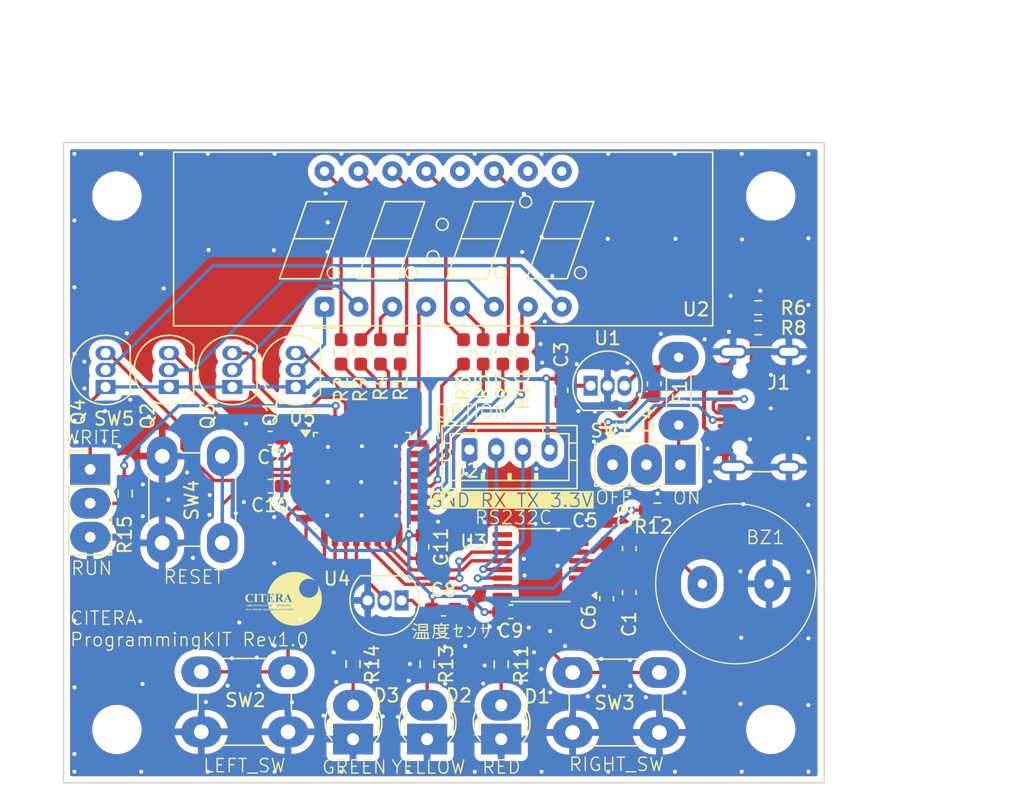
<source format=kicad_pcb>
(kicad_pcb (version 20241229) (generator "pcbnew") (generator_version "9.0")
  (layers (0 "F.Cu" signal) (2 "B.Cu" signal) (13 "F.Paste" user) (15 "B.Paste" user) (5 "F.SilkS" user "F.Silkscreen") (7 "B.SilkS" user "B.Silkscreen") (1 "F.Mask" user) (3 "B.Mask" user) (25 "Edge.Cuts" user))
  (net 0 "")
  (net 1 "GND")
  (net 2 "Net-(BZ1-+)")
  (net 3 "+3.3V")
  (net 4 "+5V")
  (net 5 "LED_RED")
  (net 6 "LED_YELLOW")
  (net 7 "LED_GREEN")
  (net 8 "Net-(J1-CC2)")
  (net 9 "D+")
  (net 11 "D-")
  (net 12 "Net-(J1-CC1)")
  (net 14 "BUZZER")
  (net 15 "BOOT")
  (net 16 "SW_LEFT")
  (net 17 "SW_RIGHT")
  (net 18 "RST")
  (net 19 "SEG_DOT")
  (net 21 "SEG_A")
  (net 22 "DIG4")
  (net 23 "SEG_B")
  (net 24 "DIG2")
  (net 25 "SEG_E")
  (net 26 "DIG1")
  (net 27 "SEG_D")
  (net 30 "SEG_G")
  (net 31 "SEG_C")
  (net 32 "DIG3")
  (net 33 "SEG_F")
  (net 34 "DIG3_S")
  (net 35 "DIG4_S")
  (net 36 "CAL_S")
  (net 37 "DIG1_S")
  (net 38 "DIG2_S")
  (net 39 "TEMP")
  (net 40 "Net-(SW1-A)")
  (net 41 "Net-(SW5-B)")
  (net 42 "Net-(SW1-B)")
  (net 43 "UART4_TX")
  (net 44 "UART4_RX")
  (net 46 "Net-(U2-A)")
  (net 47 "Net-(U2-B)")
  (net 48 "Net-(U2-C)")
  (net 49 "Net-(U2-D)")
  (net 50 "Net-(U2-E)")
  (net 51 "Net-(U2-F)")
  (net 52 "Net-(U2-G)")
  (net 53 "Net-(U2-DP)")
  (net 54 "Net-(D1-A)")
  (net 55 "Net-(D2-A)")
  (net 56 "Net-(D3-A)")
  (net 57 "Net-(U3-C1-)")
  (net 58 "Net-(U3-C1+)")
  (net 59 "Net-(U3-C2+)")
  (net 60 "Net-(U3-C2-)")
  (net 61 "Net-(U3-VS-)")
  (net 62 "Net-(U3-VS+)")
  (net 67 "TX_RS232C")
  (net 69 "RX_RS232C")
  (footprint "Resistor_SMD:R_0603_1608Metric_Pad0.98x0.95mm_HandSolder" (layer "F.Cu") (at 169.925 71.6875 90)
    (property "Reference" "R7")
    (property "Value" "1k")
  )
  (footprint "Capacitor_SMD:C_0603_1608Metric_Pad1.08x0.95mm_HandSolder" (layer "F.Cu") (at 152.5 81.75 180)
    (property "Reference" "C10")
    (property "Value" "0.1u")
  )
  (footprint "Resistor_SMD:R_0603_1608Metric_Pad0.98x0.95mm_HandSolder" (layer "F.Cu") (at 189.0625 69.875)
    (property "Reference" "R8")
    (property "Value" "5.1k")
  )
  (footprint "Package_TO_SOT_THT:TO-92_Inline" (layer "F.Cu") (at 149.65 74.315 90)
    (property "Reference" "Q3")
    (property "Value" "DTA123E")
  )
  (footprint "yuki_lib:USB_C_YTC-TC16-473" (layer "F.Cu") (at 190.28 76 90)
    (property "Reference" "J1")
    (property "Value" "USB_C_Receptacle_USB2.0_16P")
  )
  (footprint "yuki_lib:CITERA_LOGO_10" (layer "F.Cu") (at 153.72 89.98)
    (property "Reference" "G***" (hide yes))
    (property "Value" "LOGO" (hide yes))
  )
  (footprint "Capacitor_SMD:C_0603_1608Metric_Pad1.08x0.95mm_HandSolder" (layer "F.Cu") (at 163.8625 86.3125 -90)
    (property "Reference" "C11")
    (property "Value" "0.1u")
  )
  (footprint "Resistor_SMD:R_0603_1608Metric_Pad0.98x0.95mm_HandSolder" (layer "F.Cu") (at 164.25 95.1125 -90)
    (property "Reference" "R13")
    (property "Value" "1k")
  )
  (footprint "Capacitor_SMD:C_0603_1608Metric_Pad1.08x0.95mm_HandSolder" (layer "F.Cu") (at 174.275 74.5625 -90)
    (property "Reference" "C3")
    (property "Value" "4.7u")
  )
  (footprint "yuki_lib:SW_PUSH_6mm" (layer "F.Cu") (at 148.9 79.507776 -90)
    (property "Reference" "SW4")
    (property "Value" "SW_Push")
  )
  (footprint "Resistor_SMD:R_0603_1608Metric_Pad0.98x0.95mm_HandSolder" (layer "F.Cu") (at 181.5125 83.55)
    (property "Reference" "R12")
    (property "Value" "1k")
  )
  (footprint "Resistor_SMD:R_0603_1608Metric_Pad0.98x0.95mm_HandSolder" (layer "F.Cu") (at 169.8 95.1125 -90)
    (property "Reference" "R11")
    (property "Value" "1k")
  )
  (footprint "Resistor_SMD:R_0603_1608Metric_Pad0.98x0.95mm_HandSolder" (layer "F.Cu") (at 162.225 71.6875 90)
    (property "Reference" "R1")
    (property "Value" "1k")
  )
  (footprint "yuki_lib:OSL40391" (layer "F.Cu") (at 156.56 68.3 90)
    (property "Reference" "U2")
    (property "Value" "OSL40391")
  )
  (footprint "Package_QFP:LQFP-32_7x7mm_P0.8mm" (layer "F.Cu") (at 159.35 81.35)
    (property "Reference" "U5")
    (property "Value" "CH32V203K8T6")
  )
  (footprint "Package_TO_SOT_THT:TO-92_Inline" (layer "F.Cu") (at 162.3325 90.325 180)
    (property "Reference" "U4")
    (property "Value" "MCP9700Ax-ETT")
  )
  (footprint "Capacitor_SMD:C_0603_1608Metric_Pad1.08x0.95mm_HandSolder" (layer "F.Cu") (at 177.7 90.1875 -90)
    (property "Reference" "C6")
    (property "Value" "0.1u")
  )
  (footprint "Package_SO:TSSOP-16_4.4x5mm_P0.65mm" (layer "F.Cu") (at 172.75 87.675 180)
    (property "Reference" "U3")
    (property "Value" "ICL3232")
  )
  (footprint "yuki_lib:AKI_CERAMIC_BUZZER_PKM13EPYH4000-A0" (layer "F.Cu") (at 187.375 89.075)
    (property "Reference" "BZ1")
    (property "Value" "Buzzer")
  )
  (footprint "yuki_lib:LED_D3.0mm" (layer "F.Cu") (at 169.8 100.725 90)
    (property "Reference" "D1")
    (property "Value" "LED")
  )
  (footprint "yuki_lib:SW_SlideSW_3Pin_P2.54" (layer "F.Cu") (at 139 80.5)
    (property "Reference" "SW5")
    (property "Value" "SlideSW")
  )
  (footprint "Package_TO_SOT_THT:TO-92_Inline" (layer "F.Cu") (at 144.9 74.315 90)
    (property "Reference" "Q2")
    (property "Value" "DTA123E")
  )
  (footprint "Package_TO_SOT_THT:TO-92_Inline" (layer "F.Cu") (at 176.5 74.225)
    (property "Reference" "U1")
    (property "Value" "LP2950-3.3_TO92")
  )
  (footprint "yuki_lib:LED_D3.0mm" (layer "F.Cu") (at 164.25 100.725 90)
    (property "Reference" "D2")
    (property "Value" "LED")
  )
  (footprint "Capacitor_SMD:C_0603_1608Metric_Pad1.08x0.95mm_HandSolder" (layer "F.Cu") (at 170.525 91.175)
    (property "Reference" "C9")
    (property "Value" "0.1u")
  )
  (footprint "yuki_lib:SW_PUSH_6mm" (layer "F.Cu") (at 147.325 95.675)
    (property "Reference" "SW2")
    (property "Value" "SW_Push")
  )
  (footprint "Connector_JST:JST_PH_B4B-PH-K_1x04_P2.00mm_Vertical" (layer "F.Cu") (at 167.425 79.025)
    (property "Reference" "J2")
    (property "Value" "Conn_01x04")
  )
  (footprint "Capacitor_SMD:C_0603_1608Metric_Pad1.08x0.95mm_HandSolder" (layer "F.Cu") (at 152.4875 78.15 180)
    (property "Reference" "C7")
    (property "Value" "0.1u")
  )
  (footprint "MountingHole:MountingHole_3.2mm_M3" (layer "F.Cu") (at 141 100)
    (property "Reference" "H2" (hide yes))
    (property "Value" "MountingHole")
  )
  (footprint "Capacitor_SMD:C_0603_1608Metric_Pad1.08x0.95mm_HandSolder" (layer "F.Cu") (at 181.265 74.0875 -90)
    (property "Reference" "C4")
    (property "Value" "4.7u")
  )
  (footprint "MountingHole:MountingHole_3.2mm_M3" (layer "F.Cu") (at 141 60)
    (property "Reference" "H4" (hide yes))
    (property "Value" "MountingHole")
  )
  (footprint "Package_TO_SOT_THT:TO-92_Inline" (layer "F.Cu") (at 140.15 74.315 90)
    (property "Reference" "Q4")
    (property "Value" "DTA123E")
  )
  (footprint "Resistor_SMD:R_0603_1608Metric_Pad0.98x0.95mm_HandSolder" (layer "F.Cu") (at 168.45 71.6875 90)
    (property "Reference" "R5")
    (property "Value" "1k")
  )
  (footprint "yuki_lib:SW_SlideSW_3Pin_P2.54" (layer "F.Cu") (at 183.225 80.15 -90)
    (property "Reference" "SW1")
    (property "Value" "SlideSW")
  )
  (footprint "Resistor_SMD:R_0603_1608Metric_Pad0.98x0.95mm_HandSolder" (layer "F.Cu") (at 189.0625 68.375)
    (property "Reference" "R6")
    (property "Value" "5.1k")
  )
  (footprint "MountingHole:MountingHole_3.2mm_M3" (layer "F.Cu") (at 190 100)
    (property "Reference" "H1" (hide yes))
    (property "Value" "MountingHole")
  )
  (footprint "Capacitor_SMD:C_0603_1608Metric_Pad1.08x0.95mm_HandSolder" (layer "F.Cu") (at 177.7 85.2 90)
    (property "Reference" "C5")
    (property "Value" "0.1u")
  )
  (footprint "Resistor_SMD:R_0603_1608Metric_Pad0.98x0.95mm_HandSolder" (layer "F.Cu") (at 158.7 95.0875 -90)
    (property "Reference" "R14")
    (property "Value" "1k")
  )
  (footprint "Resistor_SMD:R_0603_1608Metric_Pad0.98x0.95mm_HandSolder" (layer "F.Cu") (at 157.8 71.6875 90)
    (property "Reference" "R2")
    (property "Value" "1k")
  )
  (footprint "Resistor_SMD:R_0603_1608Metric_Pad0.98x0.95mm_HandSolder" (layer "F.Cu") (at 160.75 71.6875 90)
    (property "Reference" "R4")
    (property "Value" "1k")
  )
  (footprint "MountingHole:MountingHole_3.2mm_M3" (layer "F.Cu") (at 190 60)
    (property "Reference" "H3" (hide yes))
    (property "Value" "MountingHole")
  )
  (footprint "Resistor_SMD:R_0603_1608Metric_Pad0.98x0.95mm_HandSolder" (layer "F.Cu") (at 171.4 71.6875 90)
    (property "Reference" "R10")
    (property "Value" "1k")
  )
  (footprint "Capacitor_SMD:C_0603_1608Metric_Pad1.08x0.95mm_HandSolder" (layer "F.Cu") (at 179.4 86.4375 90)
    (property "Reference" "C2")
    (property "Value" "0.1u")
  )
  (footprint "Resistor_SMD:R_0603_1608Metric_Pad0.98x0.95mm_HandSolder" (layer "F.Cu") (at 159.275 71.6875 90)
    (property "Reference" "R9")
    (property "Value" "1k")
  )
  (footprint "Resistor_SMD:R_0603_1608Metric_Pad0.98x0.95mm_HandSolder" (layer "F.Cu") (at 166.975 71.6875 90)
    (property "Reference" "R3")
    (property "Value" "1k")
  )
  (footprint "yuki_lib:R_1_6W" (layer "F.Cu") (at 183.1 77.175 90)
    (property "Reference" "F1")
    (property "Value" "Polyfuse")
  )
  (footprint "yuki_lib:LED_D3.0mm" (layer "F.Cu") (at 158.7 100.725 90)
    (property "Reference" "D3")
    (property "Value" "LED")
  )
  (footprint "yuki_lib:SW_PUSH_6mm" (layer "F.Cu") (at 175.15 95.725)
    (property "Reference" "SW3")
    (property "Value" "SW_Push")
  )
  (footprint "Package_TO_SOT_THT:TO-92_Inline" (layer "F.Cu") (at 154.4 74.315 90)
    (property "Reference" "Q1")
    (property "Value" "DTA123E")
  )
  (footprint "Capacitor_SMD:C_0603_1608Metric_Pad1.08x0.95mm_HandSolder" (layer "F.Cu") (at 179.4 89.7375 90)
    (property "Reference" "C1")
    (property "Value" "0.1u")
  )
  (footprint "Resistor_SMD:R_0603_1608Metric_Pad0.98x0.95mm_HandSolder" (layer "F.Cu") (at 141.625 82.3125 -90)
    (property "Reference" "R15")
    (property "Value" "10k")
  )
  (footprint "Capacitor_SMD:C_0603_1608Metric_Pad1.08x0.95mm_HandSolder" (layer "F.Cu") (at 165.475 90.975)
    (property "Reference" "C8")
    (property "Value" "0.1u")
  )
  (gr_rect (start 137 56) (end 194 104) (stroke (width 0.1)) (fill no) (layer "Edge.Cuts"))
  (gr_text "温度センサ" (at 163 93.3 0) (layer "F.SilkS") (effects (font (size 1 1) (thickness 0.1)) (justify left bottom)))
  (gr_text "YELLOW" (at 161.5 103.4 0) (layer "F.SilkS") (effects (font (size 1 1) (thickness 0.1)) (justify left bottom)))
  (gr_text "GND RX TX 3.3V" (at 164.36 83.41 0) (layer "F.SilkS" knockout) (effects (font (size 1 1) (thickness 0.1)) (justify left bottom)))
  (gr_text "WRITE" (at 137 78.7 0) (layer "F.SilkS") (effects (font (size 1 1) (thickness 0.1)) (justify left bottom)))
  (gr_text "CITERA\nProgrammingKIT Rev1.0" (at 137.42 93.85 0) (layer "F.SilkS") (effects (font (size 1 1) (thickness 0.1)) (justify left bottom)))
  (gr_text "RESET" (at 144.42 89.15 0) (layer "F.SilkS") (effects (font (size 1 1) (thickness 0.1)) (justify left bottom)))
  (gr_text "OFF    ON" (at 176.78 83.2 0) (layer "F.SilkS") (effects (font (size 1 1) (thickness 0.1)) (justify left bottom)))
  (gr_text "RUN" (at 137.5 88.5 0) (layer "F.SilkS") (effects (font (size 1 1) (thickness 0.1)) (justify left bottom)))
  (gr_text "RS232C" (at 167.75 84.69 0) (layer "F.SilkS") (effects (font (size 1 1) (thickness 0.1)) (justify left bottom)))
  (gr_text "OPTION" (at 164.82 76.73 0) (layer "F.SilkS") (effects (font (size 1 1) (thickness 0.1)) (justify left bottom)))
  (gr_text "GREEN" (at 156.3 103.4 0) (layer "F.SilkS") (effects (font (size 1 1) (thickness 0.1)) (justify left bottom)))
  (gr_text "RIGHT_SW" (at 174.8 103.2 0) (layer "F.SilkS") (effects (font (size 1 1) (thickness 0.1)) (justify left bottom)))
  (gr_text "RED" (at 168.3 103.4 0) (layer "F.SilkS") (effects (font (size 1 1) (thickness 0.1)) (justify left bottom)))
  (gr_text "LEFT_SW" (at 147.4 103.3 0) (layer "F.SilkS") (effects (font (size 1 1) (thickness 0.1)) (justify left bottom)))
  (segment (start 187.175 72.225) (end 186.6 72.8) (width 0.25) (layer "F.Cu") (net 1))
  (segment (start 162.15 86.274999) (end 163.050001 87.175) (width 0.25) (layer "F.Cu") (net 1))
  (segment (start 187.175 71.68) (end 187.175 72.225) (width 0.25) (layer "F.Cu") (net 1))
  (segment (start 171.2 89.3) (end 171.3 89.2) (width 0.25) (layer "F.Cu") (net 1))
  (segment (start 169.8875 89.3) (end 168.5 89.3) (width 0.25) (layer "F.Cu") (net 1))
  (segment (start 162.15 85.525) (end 162.15 86.274999) (width 0.25) (layer "F.Cu") (net 1))
  (segment (start 168.5 89.3) (end 168.3 89.5) (width 0.25) (layer "F.Cu") (net 1))
  (segment (start 169.8875 89.3) (end 171.2 89.3) (width 0.25) (layer "F.Cu") (net 1))
  (segment (start 163.050001 87.175) (end 163.8625 87.175) (width 0.25) (layer "F.Cu") (net 1))
  (via (at 161.88 81.51) (size 0.6) (drill 0.3) (layers "F.Cu" "B.Cu") (net 1))
  (via (at 137.98 78.44) (size 0.6) (drill 0.3) (layers "F.Cu" "B.Cu") (net 1))
  (via (at 187.82 103.17) (size 0.6) (drill 0.3) (layers "F.Cu" "B.Cu") (net 1))
  (via (at 147.82 103.17) (size 0.6) (drill 0.3) (layers "F.Cu" "B.Cu") (net 1))
  (via (at 149.3 96.72) (size 0.6) (drill 0.3) (layers "F.Cu" "B.Cu") (net 1))
  (via (at 177.79 63.21) (size 0.6) (drill 0.3) (layers "F.Cu" "B.Cu") (net 1))
  (via (at 142.82 56.84) (size 0.6) (drill 0.3) (layers "F.Cu" "B.Cu") (net 1))
  (via (at 172.75 71.1) (size 0.6) (drill 0.3) (layers "F.Cu" "B.Cu") (net 1))
  (via (at 167.4 85.78) (size 0.6) (drill 0.3) (layers "F.Cu" "B.Cu") (net 1))
  (via (at 179.27 72.52) (size 0.6) (drill 0.3) (layers "F.Cu" "B.Cu") (net 1))
  (via (at 142.94 84.01) (size 0.6) (drill 0.3) (layers "F.Cu" "B.Cu") (net 1))
  (via (at 186.99 67.49) (size 0.6) (drill 0.3) (layers "F.Cu" "B.Cu") (net 1))
  (via (at 143.41 76.54) (size 0.6) (drill 0.3) (layers "F.Cu" "B.Cu") (net 1))
  (via (at 161.94 83.95) (size 0.6) (drill 0.3) (layers "F.Cu" "B.Cu") (net 1))
  (via (at 157.82 56.84) (size 0.6) (drill 0.3) (layers "F.Cu" "B.Cu") (net 1))
  (via (at 147.96 82.42) (size 0.6) (drill 0.3) (layers "F.Cu" "B.Cu") (net 1))
  (via (at 141.75 70.29) (size 0.6) (drill 0.3) (layers "F.Cu" "B.Cu") (net 1))
  (via (at 152.76 64.07) (size 0.6) (drill 0.3) (layers "F.Cu" "B.Cu") (net 1))
  (via (at 172.8 95.47) (size 0.6) (drill 0.3) (layers "F.Cu" "B.Cu") (net 1))
  (via (at 175.59 76.13) (size 0.6) (drill 0.3) (layers "F.Cu" "B.Cu") (net 1))
  (via (at 137.82 71.84) (size 0.6) (drill 0.3) (layers "F.Cu" "B.Cu") (net 1))
  (via (at 159.34 83.95) (size 0.6) (drill 0.3) (layers "F.Cu" "B.Cu") (net 1))
  (via (at 172.43 80.45) (size 0.6) (drill 0.3) (layers "F.Cu" "B.Cu") (net 1))
  (via (at 165.59 93.8) (size 0.6) (drill 0.3) (layers "F.Cu" "B.Cu") (net 1))
  (via (at 182.82 56.84) (size 0.6) (drill 0.3) (layers "F.Cu" "B.Cu") (net 1))
  (via (at 173.63 66) (size 0.6) (drill 0.3) (layers "F.Cu" "B.Cu") (net 1))
  (via (at 171.86 92.36) (size 0.6) (drill 0.3) (layers "F.Cu" "B.Cu") (net 1))
  (via (at 176.2 84.31) (size 0.6) (drill 0.3) (layers "F.Cu" "B.Cu") (net 1))
  (via (at 192.82 56.84) (size 0.6) (drill 0.3) (layers "F.Cu" "B.Cu") (net 1))
  (via (at 156.81 61.98) (size 0.6) (drill 0.3) (layers "F.Cu" "B.Cu") (net 1))
  (via (at 144.51 66.93) (size 0.6) (drill 0.3) (layers "F.Cu" "B.Cu") (net 1))
  (via (at 167.11 93.74) (size 0.6) (drill 0.3) (layers "F.Cu" "B.Cu") (net 1))
  (via (at 152.42 76.94) (size 0.6) (drill 0.3) (layers "F.Cu" "B.Cu") (net 1))
  (via (at 137.82 76.84) (size 0.6) (drill 0.3) (layers "F.Cu" "B.Cu") (net 1))
  (via (at 137.82 96.84) (size 0.6) (drill 0.3) (layers "F.Cu" "B.Cu") (net 1))
  (via (at 151.61 96.72) (size 0.6) (drill 0.3) (layers "F.Cu" "B.Cu") (net 1))
  (via (at 176.82 76.17) (size 0.6) (drill 0.3) (layers "F.Cu" "B.Cu") (net 1))
  (via (at 154.12 97.96) (size 0.6) (drill 0.3) (layers "F.Cu" "B.Cu") (net 1))
  (via (at 177.51 96.76) (size 0.6) (drill 0.3) (layers "F.Cu" "B.Cu") (net 1))
  (via (at 157.82 103.17) (size 0.6) (drill 0.3) (layers "F.Cu" "B.Cu") (net 1))
  (via (at 172.38 84.58) (size 0.6) (drill 0.3) (layers "F.Cu" "B.Cu") (net 1))
  (via (at 171.37 64.19) (size 0.6) (drill 0.3) (layers "F.Cu" "B.Cu") (net 1))
  (via (at 156.81 81.43) (size 0.6) (drill 0.3) (layers "F.Cu" "B.Cu") (net 1))
  (via (at 154.79 91.76) (size 0.6) (drill 0.3) (layers "F.Cu" "B.Cu") (net 1))
  (via (at 146.7 87.13) (size 0.6) (drill 0.3) (layers "F.Cu" "B.Cu") (net 1))
  (via (at 171.49 59.83) (size 0.6) (drill 0.3) (layers "F.Cu" "B.Cu") (net 1))
  (via (at 147.82 56.84) (size 0.6) (drill 0.3) (layers "F.Cu" "B.Cu") (net 1))
  (via (at 188.44 78.24) (size 0.6) (drill 0.3) (layers "F.Cu" "B.Cu") (net 1))
  (via (at 152.8 87.54) (size 0.6) (drill 0.3) (layers "F.Cu" "B.Cu") (net 1))
  (via (at 137.82 101.84) (size 0.6) (drill 0.3) (layers "F.Cu" "B.Cu") (net 1))
  (via (at 156.82 78.81) (size 0.6) (drill 0.3) (layers "F.Cu" "B.Cu") (net 1))
  (via (at 173.47 92.62) (size 0.6) (drill 0.3) (layers "F.Cu" "B.Cu") (net 1))
  (via (at 172.82 103.17) (size 0.6) (drill 0.3) (layers "F.Cu" "B.Cu") (net 1))
  (via (at 138.57 74.43) (size 0.6) (drill 0.3) (layers "F.Cu" "B.Cu") (net 1))
  (via (at 187.82 56.84) (size 0.6) (drill 0.3) (layers "F.Cu" "B.Cu") (net 1))
  (via (at 150.51 82.95) (size 0.6) (drill 0.3) (layers "F.Cu" "B.Cu") (net 1))
  (via (at 192.82 73.17) (size 0.6) (drill 0.3) (layers "F.Cu" "B.Cu") (net 1))
  (via (at 144.86 82.77) (size 0.6) (drill 0.3) (layers "F.Cu" "B.Cu") (net 1))
  (via (at 162.82 56.84) (size 0.6) (drill 0.3) (layers "F.Cu" "B.Cu") (net 1))
  (via (at 157.25 94.23) (size 0.6) (drill 0.3) (layers "F.Cu" "B.Cu") (net 1))
  (via (at 172.87 72.5) (size 0.6) (drill 0.3) (layers "F.Cu" "B.Cu") (net 1))
  (via (at 140.12 76.12) (size 0.6) (drill 0.3) (layers "F.Cu" "B.Cu") (net 1))
  (via (at 187.78 93.12) (size 0.6) (drill 0.3) (layers "F.Cu" "B.Cu") (net 1))
  (via (at 176.29 97.52) (size 0.6) (drill 0.3) (layers "F.Cu" "B.Cu") (net 1))
  (via (at 149.62 94.66) (size 0.6) (drill 0.3) (layers "F.Cu" "B.Cu") (net 1))
  (via (at 152.82 56.84) (size 0.6) (drill 0.3) (layers "F.Cu" "B.Cu") (net 1))
  (via (at 187.85 63.26) (size 0.6) (drill 0.3) (layers "F.Cu" "B.Cu") (net 1))
  (via (at 142.95 81.63) (size 0.6) (drill 0.3) (layers "F.Cu" "B.Cu") (net 1))
  (via (at 168.95 92.28) (size 0.6) (drill 0.3) (layers "F.Cu" "B.Cu") (net 1))
  (via (at 160.03 96.42) (size 0.6) (drill 0.3) (layers "F.Cu" "B.Cu") (net 1))
  (via (at 177.82 103.17) (size 0.6) (drill 0.3) (layers "F.Cu" "B.Cu") (net 1))
  (via (at 165.07 84.42) (size 0.6) (drill 0.3) (layers "F.Cu" "B.Cu") (net 1))
  (via (at 159.98 95.03) (size 0.6) (drill 0.3) (layers "F.Cu" "B.Cu") (net 1))
  (via (at 165.32 87.03) (size 0.6) (drill 0.3) (layers "F.Cu" "B.Cu") (net 1))
  (via (at 176.74 78.41) (size 0.6) (drill 0.3) (layers "F.Cu" "B.Cu") (net 1))
  (via (at 137.82 66.84) (size 0.6) (drill 0.3) (layers "F.Cu" "B.Cu") (net 1))
  (via (at 142.82 103.17) (size 0.6) (drill 0.3) (layers "F.Cu" "B.Cu") (net 1))
  (via (at 156.8 64.2) (size 0.6) (drill 0.3) (layers "F.Cu" "B.Cu") (net 1))
  (via (at 182.82 103.17) (size 0.6) (drill 0.3) (layers "F.Cu" "B.Cu") (net 1))
  (via (at 180.18 74.9) (size 0.6) (drill 0.3) (layers "F.Cu" "B.Cu") (net 1))
  (via (at 150.68 77.07) (size 0.6) (drill 0.3) (layers "F.Cu" "B.Cu") (net 1))
  (via (at 186.87 70.18) (size 0.6) (drill 0.3) (layers "F.Cu" "B.Cu") (net 1))
  (via (at 179.47 96.73) (size 0.6) (drill 0.3) (layers "F.Cu" "B.Cu") (net 1))
  (via (at 147.67 97.93) (size 0.6) (drill 0.3) (layers "F.Cu" "B.Cu") (net 1))
  (via (at 137.82 91.84) (size 0.6) (drill 0.3) (layers "F.Cu" "B.Cu") (net 1))
  (via (at 138.56 72.42) (size 0.6) (drill 0.3) (layers "F.Cu" "B.Cu") (net 1))
  (via (at 189.21 67.1) (size 0.6) (drill 0.3) (layers "F.Cu" "B.Cu") (net 1))
  (via (at 141.19 78.77) (size 0.6) (drill 0.3) (layers "F.Cu" "B.Cu") (net 1))
  (via (at 185.27 78.95) (size 0.6) (drill 0.3) (layers "F.Cu" "B.Cu") (net 1))
  (via (at 152.82 103.17) (size 0.6) (drill 0.3) (layers "F.Cu" "B.Cu") (net 1))
  (via (at 162.96 95.09) (size 0.6) (drill 0.3) (layers "F.Cu" "B.Cu") (net 1))
  (via (at 167.82 56.84) (size 0.6) (drill 0.3) (layers "F.Cu" "B.Cu") (net 1))
  (via (at 156.76 83.95) (size 0.6) (drill 0.3) (layers "F.Cu" "B.Cu") (net 1))
  (via (at 192.82 83.17) (size 0.6) (drill 0.3) (layers "F.Cu" "B.Cu") (net 1))
  (via (at 172.82 56.84) (size 0.6) (drill 0.3) (layers "F.Cu" "B.Cu") (net 1))
  (via (at 159.36 78.76) (size 0.6) (drill 0.3) (layers "F.Cu" "B.Cu") (net 1))
  (via (at 185.44 81.38) (size 0.6) (drill 0.3) (layers "F.Cu" "B.Cu") (net 1))
  (via (at 173.48 97.22) (size 0.6) (drill 0.3) (layers "F.Cu" "B.Cu") (net 1))
  (via (at 192.82 103.17) (size 0.6) (drill 0.3) (layers "F.Cu" "B.Cu") (net 1))
  (via (at 168.55 84.47) (size 0.6) (drill 0.3) (layers "F.Cu" "B.Cu") (net 1))
  (via (at 142.92 96.58) (size 0.6) (drill 0.3) (layers "F.Cu" "B.Cu") (net 1))
  (via (at 174.58 93.75) (size 0.6) (drill 0.3) (layers "F.Cu" "B.Cu") (net 1))
  (via (at 162.82 103.17) (size 0.6) (drill 0.3) (layers "F.Cu" "B.Cu") (net 1))
  (via (at 169.63 92.39) (size 0.6) (drill 0.3) (layers "F.Cu" "B.Cu") (net 1))
  (via (at 155.41 77.17) (size 0.6) (drill 0.3) (layers "F.Cu" "B.Cu") (net 1))
  (via (at 181.76 70.34) (size 0.6) (drill 0.3) (layers "F.Cu" "B.Cu") (net 1))
  (via (at 140.06 78.36) (size 0.6) (drill 0.3) (layers "F.Cu" "B.Cu") (net 1))
  (via (at 142.01 75.27) (size 0.6) (drill 0.3) (layers "F.Cu" "B.Cu") (net 1))
  (via (at 167.82 103.17) (size 0.6) (drill 0.3) (layers "F.Cu" "B.Cu") (net 1))
  (via (at 161.91 78.75) (size 0.6) (drill 0.3) (layers "F.Cu" "B.Cu") (net 1))
  (via (at 171.55 88.45) (size 0.6) (drill 0.3) (layers "F.Cu" "B.Cu") (net 1))
  (via (at 162.05 99.06) (size 0.6) (drill 0.3) (layers "F.Cu" "B.Cu") (net 1))
  (via (at 182.86 63.21) (size 0.6) (drill 0.3) (layers "F.Cu" "B.Cu") (net 1))
  (via (at 192.82 63.17) (size 0.6) (drill 0.3) (layers "F.Cu" "B.Cu") (net 1))
  (via (at 173.07 69.41) (size 0.6) (drill 0.3) (layers "F.Cu" "B.Cu") (net 1))
  (via (at 187.95 83.1) (size 0.6) (drill 0.3) (layers "F.Cu" "B.Cu") (net 1))
  (via (at 137.82 61.84) (size 0.6) (drill 0.3) (layers "F.Cu" "B.Cu") (net 1))
  (via (at 146.26 80.72) (size 0.6) (drill 0.3) (layers "F.Cu" "B.Cu") (net 1))
  (via (at 168.5 80.62) (size 0.6) (drill 0.3) (layers "F.Cu" "B.Cu") (net 1))
  (via (at 157.44 96.44) (size 0.6) (drill 0.3) (layers "F.Cu" "B.Cu") (net 1))
  (via (at 190 75.92) (size 0.6) (drill 0.3) (layers "F.Cu" "B.Cu") (net 1))
  (via (at 177.3 94.7) (size 0.6) (drill 0.3) (layers "F.Cu" "B.Cu") (net 1))
  (via (at 137.82 56.84) (size 0.6) (drill 0.3) (layers "F.Cu" "B.Cu") (net 1))
  (via (at 147.87 64.04) (size 0.6) (drill 0.3) (layers "F.Cu" "B.Cu") (net 1))
  (via (at 180.64 97.58) (size 0.6) (drill 0.3) (layers "F.Cu" "B.Cu") (net 1))
  (via (at 192.82 93.17) (size 0.6) (drill 0.3) (layers "F.Cu" "B.Cu") (net 1))
  (via (at 142.75 91.88) (size 0.6) (drill 0.3) (layers "F.Cu" "B.Cu") (net 1))
  (via (at 154.86 93.78) (size 0.6) (drill 0.3) (layers "F.Cu" "B.Cu") (net 1))
  (via (at 168.45 96.56) (size 0.6) (drill 0.3) (layers "F.Cu" "B.Cu") (net 1))
  (via (at 172.82 63.06) (size 0.6) (drill 0.3) (layers "F.Cu" "B.Cu") (net 1))
  (via (at 149.91 83.79) (size 0.6) (drill 0.3) (layers "F.Cu" "B.Cu") (net 1))
  (via (at 154.4 77.14) (size 0.6) (drill 0.3) (layers "F.Cu" "B.Cu") (net 1))
  (via (at 178.7 75.97) (size 0.6) (drill 0.3) (layers "F.Cu" "B.Cu") (net 1))
  (via (at 181.51 82.31) (size 0.6) (drill 0.3) (layers "F.Cu" "B.Cu") (net 1))
  (via (at 171.17 94.16) (size 0.6) (drill 0.3) (layers "F.Cu" "B.Cu") (net 1))
  (via (at 156.64 59.81) (size 0.6) (drill 0.3) (layers "F.Cu" "B.Cu") (net 1))
  (via (at 152.79 84.07) (size 0.6) (drill 0.3) (layers "F.Cu" "B.Cu") (net 1))
  (via (at 147.94 83.91) (size 0.6) (drill 0.3) (layers "F.Cu" "B.Cu") (net 1))
  (via (at 183.54 97.24) (size 0.6) (drill 0.3) (layers "F.Cu" "B.Cu") (net 1))
  (via (at 185.04 70.74) (size 0.6) (drill 0.3) (layers "F.Cu" "B.Cu") (net 1))
  (via (at 192.82 78.17) (size 0.6) (drill 0.3) (layers "F.Cu" "B.Cu") (net 1))
  (via (at 192.82 68.17) (size 0.6) (drill 0.3) (layers "F.Cu" "B.Cu") (net 1))
  (via (at 137.82 103.17) (size 0.6) (drill 0.3) (layers "F.Cu" "B.Cu") (net 1))
  (via (at 192.82 98.17) (size 0.6) (drill 0.3) (layers "F.Cu" "B.Cu") (net 1))
  (via (at 190 73.41) (size 0.6) (drill 0.3) (layers "F.Cu" "B.Cu") (net 1))
  (via (at 192.82 88.17) (size 0.6) (drill 0.3) (layers "F.Cu" "B.Cu") (net 1))
  (via (at 159.31 81.45) (size 0.6) (drill 0.3) (layers "F.Cu" "B.Cu") (net 1))
  (via (at 187.73 98.08) (size 0.6) (drill 0.3) (layers "F.Cu" "B.Cu") (net 1))
  (via (at 174.02 87.72) (size 0.6) (drill 0.3) (layers "F.Cu" "B.Cu") (net 1))
  (via (at 152.79 90.78) (size 0.6) (drill 0.3) (layers "F.Cu" "B.Cu") (net 1))
  (via (at 171.28 96.5) (size 0.6) (drill 0.3) (layers "F.Cu" "B.Cu") (net 1))
  (via (at 160.93 99.02) (size 0.6) (drill 0.3) (layers "F.Cu" "B.Cu") (net 1))
  (via (at 172.26 94.21) (size 0.6) (drill 0.3) (layers "F.Cu" "B.Cu") (net 1))
  (via (at 152.82 93.71) (size 0.6) (drill 0.3) (layers "F.Cu" "B.Cu") (net 1))
  (via (at 150.18 91.98) (size 0.6) (drill 0.3) (layers "F.Cu" "B.Cu") (net 1))
  (via (at 156.48 98.96) (size 0.6) (drill 0.3) (layers "F.Cu" "B.Cu") (net 1))
  (via (at 162.87 96.34) (size 0.6) (drill 0.3) (layers "F.Cu" "B.Cu") (net 1))
  (via (at 168.56 95.2) (size 0.6) (drill 0.3) (layers "F.Cu" "B.Cu") (net 1))
  (via (at 179.4 82.29) (size 0.6) (drill 0.3) (layers "F.Cu" "B.Cu") (net 1))
  (via (at 171.49 87.21) (size 0.6) (drill 0.3) (layers "F.Cu" "B.Cu") (net 1))
  (via (at 167.18 80.84) (size 0.6) (drill 0.3) (layers "F.Cu" "B.Cu") (net 1))
  (via (at 174.08 85.01) (size 0.6) (drill 0.3) (layers "F.Cu" "B.Cu") (net 1))
  (via (at 177.82 56.84) (size 0.6) (drill 0.3) (layers "F.Cu" "B.Cu") (net 1))
  (via (at 187.73 88.14) (size 0.6) (drill 0.3) (layers "F.Cu" "B.Cu") (net 1))
  (via (at 179.44 94.79) (size 0.6) (drill 0.3) (layers "F.Cu" "B.Cu") (net 1))
  (via (at 175.46 72.6) (size 0.6) (drill 0.3) (layers "F.Cu" "B.Cu") (net 1))
  (via (at 151.48 94.61) (size 0.6) (drill 0.3) (layers "F.Cu" "B.Cu") (net 1))
  (via (at 165.6 96.57) (size 0.6) (drill 0.3) (layers "F.Cu" "B.Cu") (net 1))
  (segment (start 182.425 86.625) (end 184.875 89.075) (width 0.25) (layer "F.Cu") (net 2))
  (segment (start 182.425 83.55) (end 182.425 86.625) (width 0.25) (layer "F.Cu") (net 2))
  (segment (start 174.275 73.7) (end 173.2 73.7) (width 0.3) (layer "F.Cu") (net 3))
  (segment (start 162.9 85.4) (end 162.95 85.45) (width 0.25) (layer "F.Cu") (net 3))
  (segment (start 163.525 84.15) (end 163.825 84.45) (width 0.25) (layer "F.Cu") (net 3))
  (segment (start 169.6625 91.175) (end 169.6625 90.175) (width 0.25) (layer "F.Cu") (net 3))
  (segment (start 168.55 91.2) (end 169.6375 91.2) (width 0.25) (layer "F.Cu") (net 3))
  (segment (start 163.825 84.45) (end 163.825 85.4125) (width 0.25) (layer "F.Cu") (net 3))
  (segment (start 175.275 74.225) (end 174.75 73.7) (width 0.3) (layer "F.Cu") (net 3))
  (segment (start 163.775 90.975) (end 164.6125 90.975) (width 0.25) (layer "F.Cu") (net 3))
  (segment (start 140.15 74.315) (end 139 75.465) (width 0.25) (layer "F.Cu") (net 3))
  (segment (start 169.6375 91.2) (end 169.6625 91.175) (width 0.25) (layer "F.Cu") (net 3))
  (segment (start 173.2 73.7) (end 173.175 73.675) (width 0.3) (layer "F.Cu") (net 3))
  (segment (start 164.65 90.9375) (end 164.6125 90.975) (width 0.25) (layer "F.Cu") (net 3))
  (segment (start 153.35 81.7375) (end 153.3625 81.75) (width 0.25) (layer "F.Cu") (net 3))
  (segment (start 153.3625 81.75) (end 153.3625 82.9125) (width 0.25) (layer "F.Cu") (net 3))
  (segment (start 176.5 74.225) (end 175.275 74.225) (width 0.3) (layer "F.Cu") (net 3))
  (segment (start 139 80.5) (end 139 75.465) (width 0.25) (layer "F.Cu") (net 3))
  (segment (start 153.375 79.075) (end 153.375 78.175) (width 0.25) (layer "F.Cu") (net 3))
  (segment (start 169.6625 90.175) (end 169.8875 89.95) (width 0.25) (layer "F.Cu") (net 3))
  (segment (start 154.775 78.15) (end 155.175 78.55) (width 0.25) (layer "F.Cu") (net 3))
  (segment (start 163.825 85.4125) (end 163.8625 85.45) (width 0.25) (layer "F.Cu") (net 3))
  (segment (start 153.375 78.175) (end 153.35 78.15) (width 0.25) (layer "F.Cu") (net 3))
  (segment (start 163.125 90.325) (end 163.775 90.975) (width 0.25) (layer "F.Cu") (net 3))
  (segment (start 174.75 73.7) (end 174.275 73.7) (width 0.3) (layer "F.Cu") (net 3))
  (segment (start 164.65 90) (end 164.65 90.9375) (width 0.25) (layer "F.Cu") (net 3))
  (segment (start 153.3625 82.9125) (end 153.375 82.925) (width 0.25) (layer "F.Cu") (net 3))
  (segment (start 153.3625 81.75) (end 155.175 81.75) (width 0.25) (layer "F.Cu") (net 3))
  (segment (start 153.35 78.15) (end 154.775 78.15) (width 0.25) (layer "F.Cu") (net 3))
  (segment (start 162.3325 90.325) (end 163.125 90.325) (width 0.25) (layer "F.Cu") (net 3))
  (segment (start 162.95 85.45) (end 163.8625 85.45) (width 0.25) (layer "F.Cu") (net 3))
  (via (at 164.65 90) (size 0.6) (drill 0.3) (layers "F.Cu" "B.Cu") (net 3))
  (via (at 168.55 91.2) (size 0.6) (drill 0.3) (layers "F.Cu" "B.Cu") (net 3))
  (via (at 153.375 79.075) (size 0.6) (drill 0.3) (layers "F.Cu" "B.Cu") (net 3))
  (via (at 173.175 73.675) (size 0.6) (drill 0.3) (layers "F.Cu" "B.Cu") (net 3))
  (via (at 153.375 82.925) (size 0.6) (drill 0.3) (layers "F.Cu" "B.Cu") (net 3))
  (via (at 162.9 85.4) (size 0.6) (drill 0.3) (layers "F.Cu" "B.Cu") (net 3))
  (segment (start 173.125 73.725) (end 173.175 73.675) (width 0.3) (layer "B.Cu") (net 3))
  (segment (start 162.9 85.4) (end 162.875 85.425) (width 0.25) (layer "B.Cu") (net 3))
  (segment (start 162.875 85.375) (end 162.875 79.05) (width 0.3) (layer "B.Cu") (net 3))
  (segment (start 167.375 90.025) (end 168.55 91.2) (width 0.25) (layer "B.Cu") (net 3))
  (segment (start 173.275 73.775) (end 173.275 78.875) (width 0.3) (layer "B.Cu") (net 3))
  (segment (start 173.275 78.875) (end 173.425 79.025) (width 0.3) (layer "B.Cu") (net 3))
  (segment (start 153.375 82.925) (end 153.375 79.075) (width 0.25) (layer "B.Cu") (net 3))
  (segment (start 155.36 74.315) (end 154.4 74.315) (width 0.3) (layer "B.Cu") (net 3))
  (segment (start 162.9 85.4) (end 162.875 85.375) (width 0.3) (layer "B.Cu") (net 3))
  (segment (start 162.875 79.05) (end 164.475 77.45) (width 0.25) (layer "B.Cu") (net 3))
  (segment (start 164.475 77.45) (end 164.475 73.725) (width 0.25) (layer "B.Cu") (net 3))
  (segment (start 164.65 90) (end 164.675 90.025) (width 0.25) (layer "B.Cu") (net 3))
  (segment (start 157.025 86.575) (end 153.375 82.925) (width 0.25) (layer "B.Cu") (net 3))
  (segment (start 155.95 73.725) (end 164.475 73.725) (width 0.3) (layer "B.Cu") (net 3))
  (segment (start 161.725 86.575) (end 157.025 86.575) (width 0.25) (layer "B.Cu") (net 3))
  (segment (start 162.875 88.225) (end 164.65 90) (width 0.25) (layer "B.Cu") (net 3))
  (segment (start 164.675 90.025) (end 167.375 90.025) (width 0.25) (layer "B.Cu") (net 3))
  (segment (start 173.175 73.675) (end 173.275 73.775) (width 0.3) (layer "B.Cu") (net 3))
  (segment (start 162.875 85.425) (end 162.875 88.225) (width 0.25) (layer "B.Cu") (net 3))
  (segment (start 155.95 73.725) (end 155.36 74.315) (width 0.3) (layer "B.Cu") (net 3))
  (segment (start 164.475 73.725) (end 173.125 73.725) (width 0.3) (layer "B.Cu") (net 3))
  (segment (start 154.4 74.315) (end 140.15 74.315) (width 0.25) (layer "B.Cu") (net 3))
  (segment (start 162.9 85.4) (end 161.725 86.575) (width 0.25) (layer "B.Cu") (net 3))
  (segment (start 182.595 71.895) (end 181.265 73.225) (width 0.3) (layer "F.Cu") (net 4))
  (segment (start 183.1 72.095) (end 182.9 71.895) (width 0.3) (layer "F.Cu") (net 4))
  (segment (start 180.04 73.225) (end 179.04 74.225) (width 0.3) (layer "F.Cu") (net 4))
  (segment (start 182.9 71.895) (end 182.595 71.895) (width 0.3) (layer "F.Cu") (net 4))
  (segment (start 181.265 73.225) (end 180.04 73.225) (width 0.3) (layer "F.Cu") (net 4))
  (segment (start 167.531095 92.806095) (end 168.925 94.2) (width 0.25) (layer "F.Cu") (net 5))
  (segment (start 157.35 85.525) (end 157.35 90.56219) (width 0.25) (layer "F.Cu") (net 5))
  (segment (start 168.925 94.2) (end 169.8 94.2) (width 0.25) (layer "F.Cu") (net 5))
  (segment (start 157.35 90.56219) (end 159.593905 92.806095) (width 0.25) (layer "F.Cu") (net 5))
  (segment (start 159.593905 92.806095) (end 167.531095 92.806095) (width 0.25) (layer "F.Cu") (net 5))
  (segment (start 160.35 94.2) (end 164.25 94.2) (width 0.25) (layer "F.Cu") (net 6))
  (segment (start 156.55 85.525) (end 156.55 90.4) (width 0.25) (layer "F.Cu") (net 6))
  (segment (start 156.55 90.4) (end 160.35 94.2) (width 0.25) (layer "F.Cu") (net 6))
  (segment (start 155.175 84.15) (end 155.175 90.65) (width 0.25) (layer "F.Cu") (net 7))
  (segment (start 155.175 90.65) (end 158.7 94.175) (width 0.25) (layer "F.Cu") (net 7))
  (segment (start 187.526364 74.25) (end 186.6 74.25) (width 0.25) (layer "F.Cu") (net 8))
  (segment (start 188.15 69.875) (end 188.551 70.276) (width 0.25) (layer "F.Cu") (net 8))
  (segment (start 188.551 73.225364) (end 187.526364 74.25) (width 0.25) (layer "F.Cu") (net 8))
  (segment (start 188.551 70.276) (end 188.551 73.225364) (width 0.25) (layer "F.Cu") (net 8))
  (segment (start 186.6 75.25) (end 185.955822 75.25) (width 0.25) (layer "F.Cu") (net 9))
  (segment (start 165.8 78.853486) (end 164.503486 80.15) (width 0.25) (layer "F.Cu") (net 9))
  (segment (start 185.699 75.506822) (end 185.699 75.993178) (width 0.25) (layer "F.Cu") (net 9))
  (segment (start 164.503486 80.15) (end 163.525 80.15) (width 0.25) (layer "F.Cu") (net 9))
  (segment (start 185.699 75.993178) (end 185.955822 76.25) (width 0.25) (layer "F.Cu") (net 9))
  (segment (start 185.955822 75.25) (end 185.699 75.506822) (width 0.25) (layer "F.Cu") (net 9))
  (segment (start 185.955822 76.25) (end 186.6 76.25) (width 0.25) (layer "F.Cu") (net 9))
  (segment (start 188 75.225) (end 186.625 75.225) (width 0.25) (layer "F.Cu") (net 9))
  (segment (start 177.820084 76.95) (end 177.646084 77.124) (width 0.25) (layer "F.Cu") (net 9))
  (segment (start 177.646084 77.124) (end 166.73819 77.124) (width 0.25) (layer "F.Cu") (net 9))
  (segment (start 186.625 75.225) (end 186.6 75.25) (width 0.25) (layer "F.Cu") (net 9))
  (segment (start 166.73819 77.124) (end 165.8 78.06219) (width 0.25) (layer "F.Cu") (net 9))
  (segment (start 165.8 78.06219) (end 165.8 78.853486) (width 0.25) (layer "F.Cu") (net 9))
  (via (at 188 75.225) (size 0.6) (drill 0.3) (layers "F.Cu" "B.Cu") (net 9))
  (via (at 177.820084 76.95) (size 0.6) (drill 0.3) (layers "F.Cu" "B.Cu") (net 9))
  (segment (start 180.875 75.225) (end 188 75.225) (width 0.25) (layer "B.Cu") (net 9))
  (segment (start 177.820084 76.95) (end 179.15 76.95) (width 0.25) (layer "B.Cu") (net 9))
  (segment (start 179.15 76.95) (end 180.875 75.225) (width 0.25) (layer "B.Cu") (net 9))
  (segment (start 186.6 75.75) (end 187.244178 75.75) (width 0.25) (layer "F.Cu") (net 11))
  (segment (start 186.6 76.75) (end 185.695066 76.75) (width 0.25) (layer "F.Cu") (net 11))
  (segment (start 187.501 76.493178) (end 187.244178 76.75) (width 0.25) (layer "F.Cu") (net 11))
  (segment (start 166.251 78.249) (end 166.251 79.040296) (width 0.25) (layer "F.Cu") (net 11))
  (segment (start 166.925 77.575) (end 166.251 78.249) (width 0.25) (layer "F.Cu") (net 11))
  (segment (start 187.501 76.006822) (end 187.501 76.493178) (width 0.25) (layer "F.Cu") (net 11))
  (segment (start 187.244178 76.75) (end 186.6 76.75) (width 0.25) (layer "F.Cu") (net 11))
  (segment (start 187.244178 75.75) (end 187.501 76.006822) (width 0.25) (layer "F.Cu") (net 11))
  (segment (start 178.375 77.575) (end 166.925 77.575) (width 0.25) (layer "F.Cu") (net 11))
  (segment (start 164.341296 80.95) (end 163.525 80.95) (width 0.25) (layer "F.Cu") (net 11))
  (segment (start 185.695066 76.75) (end 185.65 76.795066) (width 0.25) (layer "F.Cu") (net 11))
  (segment (start 166.251 79.040296) (end 164.341296 80.95) (width 0.25) (layer "F.Cu") (net 11))
  (via (at 178.375 77.575) (size 0.6) (drill 0.3) (layers "F.Cu" "B.Cu") (net 11))
  (via (at 185.65 76.795066) (size 0.6) (drill 0.3) (layers "F.Cu" "B.Cu") (net 11))
  (segment (start 185.65 76.795066) (end 184.553934 75.699) (width 0.25) (layer "B.Cu") (net 11))
  (segment (start 181.286298 75.699) (end 179.410298 77.575) (width 0.25) (layer "B.Cu") (net 11))
  (segment (start 179.410298 77.575) (end 178.375 77.575) (width 0.25) (layer "B.Cu") (net 11))
  (segment (start 184.553934 75.699) (end 181.286298 75.699) (width 0.25) (layer "B.Cu") (net 11))
  (segment (start 188.15 68.375) (end 189.002 69.227) (width 0.25) (layer "F.Cu") (net 12))
  (segment (start 188.1 77.25) (end 186.6 77.25) (width 0.25) (layer "F.Cu") (net 12))
  (segment (start 189.002 76.348) (end 188.1 77.25) (width 0.25) (layer "F.Cu") (net 12))
  (segment (start 189.002 69.227) (end 189.002 76.348) (width 0.25) (layer "F.Cu") (net 12))
  (segment (start 165.090702 89.1145) (end 165.376202 89.4) (width 0.25) (layer "F.Cu") (net 14))
  (segment (start 162.589501 89.1145) (end 165.090702 89.1145) (width 0.25) (layer "F.Cu") (net 14))
  (segment (start 165.376202 89.4) (end 167.075 89.4) (width 0.25) (layer "F.Cu") (net 14))
  (segment (start 159.75 85.525) (end 159.75 86.274999) (width 0.25) (layer "F.Cu") (net 14))
  (segment (start 159.75 86.274999) (end 162.589501 89.1145) (width 0.25) (layer "F.Cu") (net 14))
  (segment (start 179.575 83.55) (end 180.6 83.55) (width 0.25) (layer "F.Cu") (net 14))
  (via (at 179.575 83.55) (size 0.6) (drill 0.3) (layers "F.Cu" "B.Cu") (net 14))
  (via (at 167.075 89.4) (size 0.6) (drill 0.3) (layers "F.Cu" "B.Cu") (net 14))
  (segment (start 173.725 89.4) (end 167.075 89.4) (width 0.25) (layer "B.Cu") (net 14))
  (segment (start 179.575 83.55) (end 173.725 89.4) (width 0.25) (layer "B.Cu") (net 14))
  (segment (start 141.55 80.2) (end 141.55 81.325) (width 0.25) (layer "F.Cu") (net 15))
  (segment (start 157.35 75.775) (end 157.4 75.725) (width 0.25) (layer "F.Cu") (net 15))
  (segment (start 141.55 81.325) (end 141.625 81.4) (width 0.25) (layer "F.Cu") (net 15))
  (segment (start 157.35 77.175) (end 157.35 75.775) (width 0.25) (layer "F.Cu") (net 15))
  (via (at 141.55 80.2) (size 0.6) (drill 0.3) (layers "F.Cu" "B.Cu") (net 15))
  (via (at 157.4 75.725) (size 0.6) (drill 0.3) (layers "F.Cu" "B.Cu") (net 15))
  (segment (start 141.55 79.8) (end 141.55 80.2) (width 0.25) (layer "B.Cu") (net 15))
  (segment (start 145.625 75.725) (end 141.55 79.8) (width 0.25) (layer "B.Cu") (net 15))
  (segment (start 157.4 75.725) (end 145.625 75.725) (width 0.25) (layer "B.Cu") (net 15))
  (segment (start 154.425001 83.35) (end 153.825 83.950001) (width 0.25) (layer "F.Cu") (net 16))
  (segment (start 155.175 83.35) (end 154.425001 83.35) (width 0.25) (layer "F.Cu") (net 16))
  (segment (start 153.825 95.675) (end 147.325 95.675) (width 0.25) (layer "F.Cu") (net 16))
  (segment (start 153.825 83.950001) (end 153.825 95.675) (width 0.25) (layer "F.Cu") (net 16))
  (segment (start 168.63781 93.275) (end 172.7 93.275) (width 0.25) (layer "F.Cu") (net 17))
  (segment (start 158.15 90.72438) (end 159.780715 92.355095) (width 0.25) (layer "F.Cu") (net 17))
  (segment (start 158.15 85.525) (end 158.15 90.72438) (width 0.25) (layer "F.Cu") (net 17))
  (segment (start 167.717905 92.355095) (end 168.63781 93.275) (width 0.25) (layer "F.Cu") (net 17))
  (segment (start 172.7 93.275) (end 175.15 95.725) (width 0.25) (layer "F.Cu") (net 17))
  (segment (start 175.15 95.725) (end 181.65 95.725) (width 0.25) (layer "F.Cu") (net 17))
  (segment (start 159.780715 92.355095) (end 167.717905 92.355095) (width 0.25) (layer "F.Cu") (net 17))
  (segment (start 151.09651 80.95) (end 155.175 80.95) (width 0.25) (layer "F.Cu") (net 18))
  (segment (start 148.9 83.14651) (end 148.9 86.007776) (width 0.25) (layer "F.Cu") (net 18))
  (segment (start 151.09651 80.95) (end 148.9 83.14651) (width 0.25) (layer "F.Cu") (net 18))
  (segment (start 148.9 86.007776) (end 148.9 79.507776) (width 0.25) (layer "B.Cu") (net 18))
  (segment (start 163.525 83.35) (end 164.77 83.35) (width 0.25) (layer "F.Cu") (net 19))
  (segment (start 164.77 83.35) (end 165.03 83.09) (width 0.25) (layer "F.Cu") (net 19))
  (segment (start 171.3 74.89) (end 171.3 72.655) (width 0.25) (layer "F.Cu") (net 19))
  (segment (start 171.3 72.655) (end 171.355 72.6) (width 0.25) (layer "F.Cu") (net 19))
  (segment (start 171.355 72.6) (end 171.4 72.6) (width 0.25) (layer "F.Cu") (net 19))
  (via (at 171.3 74.89) (size 0.6) (drill 0.3) (layers "F.Cu" "B.Cu") (net 19))
  (via (at 165.03 83.09) (size 0.6) (drill 0.3) (layers "F.Cu" "B.Cu") (net 19))
  (segment (start 168.330095 76.109905) (end 170.080095 76.109905) (width 0.25) (layer "B.Cu") (net 19))
  (segment (start 166.23 81.89) (end 166.23 78.21) (width 0.25) (layer "B.Cu") (net 19))
  (segment (start 170.080095 76.109905) (end 171.3 74.89) (width 0.25) (layer "B.Cu") (net 19))
  (segment (start 165.03 83.09) (end 166.23 81.89) (width 0.25) (layer "B.Cu") (net 19))
  (segment (start 166.23 78.21) (end 168.330095 76.109905) (width 0.25) (layer "B.Cu") (net 19))
  (segment (start 162.225 72.6) (end 162.225 77.1) (width 0.25) (layer "F.Cu") (net 21))
  (segment (start 162.225 77.1) (end 162.15 77.175) (width 0.25) (layer "F.Cu") (net 21))
  (segment (start 140.375 73.045) (end 148.195 65.225) (width 0.25) (layer "B.Cu") (net 22))
  (segment (start 140.15 73.045) (end 140.375 73.045) (width 0.25) (layer "B.Cu") (net 22))
  (segment (start 148.195 65.225) (end 171.265 65.225) (width 0.25) (layer "B.Cu") (net 22))
  (segment (start 171.265 65.225) (end 174.34 68.3) (width 0.25) (layer "B.Cu") (net 22))
  (segment (start 157.8 72.6) (end 159.75 74.55) (width 0.25) (layer "F.Cu") (net 23))
  (segment (start 159.75 74.55) (end 159.75 77.175) (width 0.25) (layer "F.Cu") (net 23))
  (segment (start 149.65 73.045) (end 150.33 73.045) (width 0.2) (layer "B.Cu") (net 24))
  (segment (start 157.55 66.75) (end 159.1 68.3) (width 0.25) (layer "B.Cu") (net 24))
  (segment (start 156.17 66.75) (end 157.55 66.75) (width 0.25) (layer "B.Cu") (net 24))
  (segment (start 149.875 73.045) (end 156.17 66.75) (width 0.25) (layer "B.Cu") (net 24))
  (segment (start 149.65 73.045) (end 149.875 73.045) (width 0.25) (layer "B.Cu") (net 24))
  (segment (start 168.46 72.61) (end 168.45 72.6) (width 0.25) (layer "F.Cu") (net 25))
  (segment (start 164.55 81.75) (end 165.05 81.25) (width 0.25) (layer "F.Cu") (net 25))
  (segment (start 168.46 74.83) (end 168.46 72.61) (width 0.25) (layer "F.Cu") (net 25))
  (segment (start 168.42 74.87) (end 168.46 74.83) (width 0.25) (layer "F.Cu") (net 25))
  (segment (start 163.525 81.75) (end 164.55 81.75) (width 0.25) (layer "F.Cu") (net 25))
  (via (at 168.42 74.87) (size 0.6) (drill 0.3) (layers "F.Cu" "B.Cu") (net 25))
  (via (at 165.05 81.25) (size 0.6) (drill 0.3) (layers "F.Cu" "B.Cu") (net 25))
  (segment (start 165.05 78.04) (end 165.05 81.25) (width 0.25) (layer "B.Cu") (net 25))
  (segment (start 168.22 74.87) (end 165.05 78.04) (width 0.25) (layer "B.Cu") (net 25))
  (segment (start 168.42 74.87) (end 168.22 74.87) (width 0.25) (layer "B.Cu") (net 25))
  (segment (start 154.625 73.045) (end 156.56 71.11) (width 0.25) (layer "B.Cu") (net 26))
  (segment (start 154.4 73.045) (end 154.625 73.045) (width 0.25) (layer "B.Cu") (net 26))
  (segment (start 156.56 71.11) (end 156.56 68.3) (width 0.25) (layer "B.Cu") (net 26))
  (segment (start 160.75 72.6) (end 161.35 73.2) (width 0.25) (layer "F.Cu") (net 27))
  (segment (start 161.35 73.2) (end 161.35 77.175) (width 0.25) (layer "F.Cu") (net 27))
  (segment (start 160.55 73.875) (end 160.55 77.175) (width 0.25) (layer "F.Cu") (net 30))
  (segment (start 159.275 72.6) (end 160.55 73.875) (width 0.25) (layer "F.Cu") (net 30))
  (segment (start 164.274999 79.35) (end 165.349 78.275999) (width 0.25) (layer "F.Cu") (net 31))
  (segment (start 163.525 79.35) (end 164.274999 79.35) (width 0.25) (layer "F.Cu") (net 31))
  (segment (start 165.349 78.275999) (end 165.349 74.226) (width 0.25) (layer "F.Cu") (net 31))
  (segment (start 165.349 74.226) (end 166.975 72.6) (width 0.25) (layer "F.Cu") (net 31))
  (segment (start 144.9 73.045) (end 146.755 73.045) (width 0.25) (layer "B.Cu") (net 32))
  (segment (start 153.5 66.3) (end 167.26 66.3) (width 0.25) (layer "B.Cu") (net 32))
  (segment (start 146.755 73.045) (end 153.5 66.3) (width 0.25) (layer "B.Cu") (net 32))
  (segment (start 167.26 66.3) (end 169.26 68.3) (width 0.25) (layer "B.Cu") (net 32))
  (segment (start 169.92 72.605) (end 169.925 72.6) (width 0.25) (layer "F.Cu") (net 33))
  (segment (start 163.525 82.55) (end 164.633884 82.55) (width 0.25) (layer "F.Cu") (net 33))
  (segment (start 164.633884 82.55) (end 165.076942 82.106942) (width 0.25) (layer "F.Cu") (net 33))
  (segment (start 169.92 74.85) (end 169.92 72.605) (width 0.25) (layer "F.Cu") (net 33))
  (via (at 169.92 74.85) (size 0.6) (drill 0.3) (layers "F.Cu" "B.Cu") (net 33))
  (via (at 165.076942 82.106942) (size 0.6) (drill 0.3) (layers "F.Cu" "B.Cu") (net 33))
  (segment (start 169.111095 75.658905) (end 169.92 74.85) (width 0.25) (layer "B.Cu") (net 33))
  (segment (start 168.068905 75.658905) (end 169.111095 75.658905) (width 0.25) (layer "B.Cu") (net 33))
  (segment (start 165.076942 82.106942) (end 165.713905 81.469979) (width 0.25) (layer "B.Cu") (net 33))
  (segment (start 165.713905 81.469979) (end 165.713905 78.013905) (width 0.25) (layer "B.Cu") (net 33))
  (segment (start 165.713905 78.013905) (end 168.068905 75.658905) (width 0.25) (layer "B.Cu") (net 33))
  (segment (start 155.175 79.35) (end 153.985298 79.35) (width 0.25) (layer "F.Cu") (net 34))
  (segment (start 145.125 71.775) (end 144.9 71.775) (width 0.25) (layer "F.Cu") (net 34))
  (segment (start 153.634298 79.701) (end 151.83501 79.701) (width 0.25) (layer "F.Cu") (net 34))
  (segment (start 151.83501 79.701) (end 146.525 74.39099) (width 0.25) (layer "F.Cu") (net 34))
  (segment (start 153.985298 79.35) (end 153.634298 79.701) (width 0.25) (layer "F.Cu") (net 34))
  (segment (start 146.525 74.39099) (end 146.525 73.175) (width 0.25) (layer "F.Cu") (net 34))
  (segment (start 146.525 73.175) (end 145.125 71.775) (width 0.25) (layer "F.Cu") (net 34))
  (segment (start 145.876 77.276) (end 140.375 71.775) (width 0.25) (layer "F.Cu") (net 35))
  (segment (start 155.175 80.15) (end 154.2 80.15) (width 0.25) (layer "F.Cu") (net 35))
  (segment (start 150.074924 81.333776) (end 148.288621 81.333776) (width 0.25) (layer "F.Cu") (net 35))
  (segment (start 145.876 78.921155) (end 145.876 77.276) (width 0.25) (layer "F.Cu") (net 35))
  (segment (start 148.288621 81.333776) (end 145.876 78.921155) (width 0.25) (layer "F.Cu") (net 35))
  (segment (start 150.9097 80.499) (end 150.074924 81.333776) (width 0.25) (layer "F.Cu") (net 35))
  (segment (start 140.375 71.775) (end 140.15 71.775) (width 0.25) (layer "F.Cu") (net 35))
  (segment (start 154.2 80.15) (end 153.851 80.499) (width 0.25) (layer "F.Cu") (net 35))
  (segment (start 153.851 80.499) (end 150.9097 80.499) (width 0.25) (layer "F.Cu") (net 35))
  (segment (start 164.18 68.3) (end 163.625 68.855) (width 0.25) (layer "F.Cu") (net 36))
  (segment (start 163.625 78.45) (end 163.525 78.55) (width 0.25) (layer "F.Cu") (net 36))
  (segment (start 163.625 68.855) (end 163.625 78.45) (width 0.25) (layer "F.Cu") (net 36))
  (segment (start 158.95 75.751892) (end 158.95 77.175) (width 0.25) (layer "F.Cu") (net 37))
  (segment (start 154.973108 71.775) (end 158.95 75.751892) (width 0.25) (layer "F.Cu") (net 37))
  (segment (start 154.4 71.775) (end 154.973108 71.775) (width 0.25) (layer "F.Cu") (net 37))
  (segment (start 150.75 71.775) (end 149.65 71.775) (width 0.25) (layer "F.Cu") (net 38))
  (segment (start 151.275 72.3) (end 150.906 71.931) (width 0.25) (layer "F.Cu") (net 38))
  (segment (start 155.6 75.75) (end 153.125 75.75) (width 0.25) (layer "F.Cu") (net 38))
  (segment (start 158.15 77.175) (end 158.15 75.589702) (width 0.25) (layer "F.Cu") (net 38))
  (segment (start 150.906 71.931) (end 150.75 71.775) (width 0.25) (layer "F.Cu") (net 38))
  (segment (start 151.275 73.9) (end 151.275 72.3) (width 0.25) (layer "F.Cu") (net 38))
  (segment (start 156.251 75.099) (end 155.6 75.75) (width 0.25) (layer "F.Cu") (net 38))
  (segment (start 153.125 75.75) (end 151.275 73.9) (width 0.25) (layer "F.Cu") (net 38))
  (segment (start 157.659298 75.099) (end 156.251 75.099) (width 0.25) (layer "F.Cu") (net 38))
  (segment (start 158.15 75.589702) (end 157.659298 75.099) (width 0.25) (layer "F.Cu") (net 38))
  (segment (start 158.95 85.525) (end 158.95 88.054004) (width 0.25) (layer "F.Cu") (net 39))
  (segment (start 161.0625 90.166504) (end 161.0625 90.325) (width 0.25) (layer "F.Cu") (net 39))
  (segment (start 158.95 88.054004) (end 161.0625 90.166504) (width 0.25) (layer "F.Cu") (net 39))
  (segment (start 183.1 80.025) (end 183.225 80.15) (width 0.25) (layer "F.Cu") (net 40))
  (segment (start 183.1 77.175) (end 183.675 77.75) (width 0.3) (layer "F.Cu") (net 40))
  (segment (start 183.1 77.175) (end 183.1 80.025) (width 0.25) (layer "F.Cu") (net 40))
  (segment (start 183.675 79.7) (end 183.225 80.15) (width 0.3) (layer "F.Cu") (net 40))
  (segment (start 141.44 83.04) (end 141.625 83.225) (width 0.25) (layer "F.Cu") (net 41))
  (segment (start 139 83.04) (end 141.44 83.04) (width 0.25) (layer "F.Cu") (net 41))
  (segment (start 181.752846 75.8385) (end 181.7365 75.8385) (width 0.3) (layer "F.Cu") (net 42))
  (segment (start 183.975 73.6) (end 182.091 75.484) (width 0.3) (layer "F.Cu") (net 42))
  (segment (start 182.091 75.484) (end 182.091 75.500346) (width 0.3) (layer "F.Cu") (net 42))
  (segment (start 185 77.329534) (end 186.070466 78.4) (width 0.3) (layer "F.Cu") (net 42))
  (segment (start 180.685 76.89) (end 180.685 80.15) (width 0.3) (layer "F.Cu") (net 42))
  (segment (start 186.070466 73.6) (end 185 74.670466) (width 0.3) (layer "F.Cu") (net 42))
  (segment (start 181.7365 75.8385) (end 180.685 76.89) (width 0.3) (layer "F.Cu") (net 42))
  (segment (start 182.091 75.500346) (end 181.752846 75.8385) (width 0.3) (layer "F.Cu") (net 42))
  (segment (start 186.070466 78.4) (end 186.6 78.4) (width 0.3) (layer "F.Cu") (net 42))
  (segment (start 185 74.670466) (end 185 77.329534) (width 0.3) (layer "F.Cu") (net 42))
  (segment (start 186.6 73.6) (end 186.070466 73.6) (width 0.3) (layer "F.Cu") (net 42))
  (segment (start 186.6 73.6) (end 183.975 73.6) (width 0.3) (layer "F.Cu") (net 42))
  (segment (start 167.58719 86.7) (end 169.8875 86.7) (width 0.25) (layer "F.Cu") (net 43))
  (segment (start 166.87369 87.4135) (end 167.58719 86.7) (width 0.25) (layer "F.Cu") (net 43))
  (segment (start 163.097226 88.6635) (end 160.55 86.116274) (width 0.25) (layer "F.Cu") (net 43))
  (segment (start 166.651308 87.389808) (end 166.675 87.4135) (width 0.25) (layer "F.Cu") (net 43))
  (segment (start 166.675 87.4135) (end 166.87369 87.4135) (width 0.25) (layer "F.Cu") (net 43))
  (segment (start 166.675 88.6635) (end 163.097226 88.6635) (width 0.25) (layer "F.Cu") (net 43))
  (segment (start 160.55 86.116274) (end 160.55 85.525) (width 0.25) (layer "F.Cu") (net 43))
  (via (at 166.651308 87.389808) (size 0.6) (drill 0.3) (layers "F.Cu" "B.Cu") (net 43))
  (via (at 166.675 88.6635) (size 0.6) (drill 0.3) (layers "F.Cu" "B.Cu") (net 43))
  (segment (start 166.651308 88.639808) (end 166.675 88.6635) (width 0.25) (layer "B.Cu") (net 43))
  (segment (start 166.651308 87.389808) (end 166.651308 88.639808) (width 0.25) (layer "B.Cu") (net 43))
  (segment (start 163.113501 88.0385) (end 166.8865 88.0385) (width 0.25) (layer "F.Cu") (net 44))
  (segment (start 166.8865 88.0385) (end 167.575 87.35) (width 0.25) (layer "F.Cu") (net 44))
  (segment (start 161.35 86.274999) (end 163.113501 88.0385) (width 0.25) (layer "F.Cu") (net 44))
  (segment (start 167.575 87.35) (end 169.8875 87.35) (width 0.25) (layer "F.Cu") (net 44))
  (segment (start 161.35 85.525) (end 161.35 86.274999) (width 0.25) (layer "F.Cu") (net 44))
  (segment (start 162.716 70.284) (end 162.716 59.216) (width 0.25) (layer "F.Cu") (net 46))
  (segment (start 162.716 59.216) (end 161.64 58.14) (width 0.25) (layer "F.Cu") (net 46))
  (segment (start 162.225 70.775) (end 162.716 70.284) (width 0.25) (layer "F.Cu") (net 46))
  (segment (start 157.8 59.38) (end 156.56 58.14) (width 0.25) (layer "F.Cu") (net 47))
  (segment (start 157.8 70.775) (end 157.8 59.38) (width 0.25) (layer "F.Cu") (net 47))
  (segment (start 166.975 70.775) (end 165.644 69.444) (width 0.25) (layer "F.Cu") (net 48))
  (segment (start 165.644 69.444) (end 165.644 59.604) (width 0.25) (layer "F.Cu") (net 48))
  (segment (start 165.644 59.604) (end 164.18 58.14) (width 0.25) (layer "F.Cu") (net 48))
  (segment (start 160.75 69.19) (end 161.64 68.3) (width 0.25) (layer "F.Cu") (net 49))
  (segment (start 160.75 70.775) (end 160.75 69.19) (width 0.25) (layer "F.Cu") (net 49))
  (segment (start 166.925 68.165) (end 166.92 68.16) (width 0.25) (layer "F.Cu") (net 50))
  (segment (start 168.45 70.03) (end 166.72 68.3) (width 0.25) (layer "F.Cu") (net 50))
  (segment (start 168.45 70.775) (end 168.45 70.03) (width 0.25) (layer "F.Cu") (net 50))
  (segment (start 170.336 70.364) (end 170.336 59.216) (width 0.25) (layer "F.Cu") (net 51))
  (segment (start 169.925 70.775) (end 170.336 70.364) (width 0.25) (layer "F.Cu") (net 51))
  (segment (start 170.336 59.216) (end 169.26 58.14) (width 0.25) (layer "F.Cu") (net 51))
  (segment (start 160.176 59.216) (end 159.1 58.14) (width 0.25) (layer "F.Cu") (net 52))
  (segment (start 159.275 70.775) (end 160.176 69.874) (width 0.25) (layer "F.Cu") (net 52))
  (segment (start 160.176 69.874) (end 160.176 59.216) (width 0.25) (layer "F.Cu") (net 52))
  (segment (start 171.355 68.745) (end 171.8 68.3) (width 0.25) (layer "F.Cu") (net 53))
  (segment (start 171.4 70.775) (end 171.355 70.73) (width 0.25) (layer "F.Cu") (net 53))
  (segment (start 171.355 70.73) (end 171.355 68.745) (width 0.25) (layer "F.Cu") (net 53))
  (segment (start 169.8 96.025) (end 169.8 98.185) (width 0.25) (layer "F.Cu") (net 54))
  (segment (start 164.25 96.025) (end 164.25 98.185) (width 0.25) (layer "F.Cu") (net 55))
  (segment (start 158.7 96) (end 158.7 98.185) (width 0.25) (layer "F.Cu") (net 56))
  (segment (start 175.6125 88.65) (end 176.67151 88.65) (width 0.25) (layer "F.Cu") (net 57))
  (segment (start 176.67151 88.65) (end 176.86001 88.4615) (width 0.25) (layer "F.Cu") (net 57))
  (segment (start 179.2865 88.4615) (end 179.4 88.575) (width 0.25) (layer "F.Cu") (net 57))
  (segment (start 179.4 88.575) (end 179.4 88.875) (width 0.25) (layer "F.Cu") (net 57))
  (segment (start 176.86001 88.4615) (end 179.2865 88.4615) (width 0.25) (layer "F.Cu") (net 57))
  (segment (start 175.6125 89.95) (end 175.85 90.1875) (width 0.25) (layer "F.Cu") (net 58))
  (segment (start 178.8 90.1875) (end 179.2125 90.6) (width 0.25) (layer "F.Cu") (net 58))
  (segment (start 179.2125 90.6) (end 179.4 90.6) (width 0.25) (layer "F.Cu") (net 58))
  (segment (start 175.85 90.1875) (end 178.8 90.1875) (width 0.25) (layer "F.Cu") (net 58))
  (segment (start 178.5125 88) (end 179.2125 87.3) (width 0.25) (layer "F.Cu") (net 59))
  (segment (start 175.6125 88) (end 178.5125 88) (width 0.25) (layer "F.Cu") (net 59))
  (segment (start 179.2125 87.3) (end 179.4 87.3) (width 0.25) (layer "F.Cu") (net 59))
  (segment (start 179.4 85.875) (end 179.4 85.575) (width 0.25) (layer "F.Cu") (net 60))
  (segment (start 175.6125 87.35) (end 177.925 87.35) (width 0.25) (layer "F.Cu") (net 60))
  (segment (start 177.925 87.35) (end 179.4 85.875) (width 0.25) (layer "F.Cu") (net 60))
  (segment (start 175.6125 86.7) (end 176.7125 86.7) (width 0.25) (layer "F.Cu") (net 61))
  (segment (start 177.35 86.0625) (end 177.7 86.0625) (width 0.25) (layer "F.Cu") (net 61))
  (segment (start 176.7125 86.7) (end 177.35 86.0625) (width 0.25) (layer "F.Cu") (net 61))
  (segment (start 175.6125 89.3) (end 177.3125 89.3) (width 0.25) (layer "F.Cu") (net 62))
  (segment (start 177.3125 89.3) (end 177.3375 89.325) (width 0.25) (layer "F.Cu") (net 62))
  (segment (start 177.3375 89.325) (end 177.7 89.325) (width 0.25) (layer "F.Cu") (net 62))
  (segment (start 169.8875 88.65) (end 168.055393 88.65) (width 0.25) (layer "F.Cu") (net 67))
  (segment (start 168.055393 88.65) (end 168.042157 88.663236) (width 0.25) (layer "F.Cu") (net 67))
  (via (at 168.042157 88.663236) (size 0.6) (drill 0.3) (layers "F.Cu" "B.Cu") (net 67))
  (segment (start 168.647062 88.663236) (end 171.425 85.885298) (width 0.25) (layer "B.Cu") (net 67))
  (segment (start 171.425 85.885298) (end 171.425 79.025) (width 0.25) (layer "B.Cu") (net 67))
  (segment (start 168.042157 88.663236) (end 168.647062 88.663236) (width 0.25) (layer "B.Cu") (net 67))
  (segment (start 168.475 88) (end 168.45 87.975) (width 0.25) (layer "F.Cu") (net 69))
  (segment (start 169.8875 88) (end 168.475 88) (width 0.25) (layer "F.Cu") (net 69))
  (via (at 168.45 87.975) (size 0.6) (drill 0.3) (layers "F.Cu" "B.Cu") (net 69))
  (segment (start 169.425 87) (end 169.425 79.025) (width 0.25) (layer "B.Cu") (net 69))
  (segment (start 168.45 87.975) (end 169.425 87) (width 0.25) (layer "B.Cu") (net 69))
  (zone (net 0) (net_name "") (layer "F.Cu") (connect_pads yes (clearance 0)) (min_thickness 0.25)
    (keepout (tracks allowed) (vias allowed) (pads allowed) (copperpour not_allowed) (footprints allowed))
    (fill (mode hatch) (thermal_gap 0.5) (thermal_bridge_width 0.5) (hatch_thickness 1) (hatch_gap 1.5) (hatch_orientation 0) (hatch_border_algorithm hatch_thickness) (hatch_min_hole_area 0.3))
    (polygon (pts (xy 155.58 67.26) (xy 153.39 71.14) (xy 157.21 72.92) (xy 157.6 69.22)))
  )
  (zone (net 0) (net_name "") (layer "F.Cu") (connect_pads yes (clearance 0)) (min_thickness 0.25)
    (keepout (tracks allowed) (vias allowed) (pads allowed) (copperpour not_allowed) (footprints allowed))
    (fill (mode hatch) (thermal_gap 0.5) (thermal_bridge_width 0.5) (hatch_thickness 1) (hatch_gap 1.5) (hatch_orientation 0) (hatch_border_algorithm hatch_thickness) (hatch_min_hole_area 0.3))
    (polygon (pts (xy 178.36 76.63) (xy 178.86 76.63) (xy 180.25 75.24) (xy 180.27 75.26) (xy 180.27 78.4) (xy 179.99 78.68) (xy 178.58 78.68) (xy 178.36 78.46)))
  )
  (zone (net 0) (net_name "") (layer "F.Cu") (connect_pads yes (clearance 0)) (min_thickness 0.25)
    (keepout (tracks allowed) (vias allowed) (pads allowed) (copperpour not_allowed) (footprints allowed))
    (fill (mode hatch) (thermal_gap 0.5) (thermal_bridge_width 0.5) (hatch_thickness 1) (hatch_gap 1.5) (hatch_orientation 0) (hatch_border_algorithm hatch_thickness) (hatch_min_hole_area 0.3))
    (polygon (pts (xy 148.29 81.82) (xy 148.29 83.45) (xy 149.51 82.23) (xy 149.51 82.05) (xy 149.28 81.82)))
  )
  (zone (net 0) (net_name "") (layer "F.Cu") (connect_pads yes (clearance 0)) (min_thickness 0.25)
    (keepout (tracks allowed) (vias allowed) (pads allowed) (copperpour not_allowed) (footprints allowed))
    (fill (mode hatch) (thermal_gap 0.5) (thermal_bridge_width 0.5) (hatch_thickness 1) (hatch_gap 1.5) (hatch_orientation 0) (hatch_border_algorithm hatch_thickness) (hatch_min_hole_area 0.3))
    (polygon (pts (xy 170.73 64.61) (xy 171.55 64.61) (xy 174.03 67.09) (xy 172.64 68.48) (xy 172.43 68.48) (xy 170.73 66.78)))
  )
  (zone (net 0) (net_name "") (layer "F.Cu") (connect_pads yes (clearance 0)) (min_thickness 0.25)
    (keepout (tracks allowed) (vias allowed) (pads allowed) (copperpour not_allowed) (footprints allowed))
    (fill (mode hatch) (thermal_gap 0.5) (thermal_bridge_width 0.5) (hatch_thickness 1) (hatch_gap 1.5) (hatch_orientation 0) (hatch_border_algorithm hatch_thickness) (hatch_min_hole_area 0.3))
    (polygon (pts (xy 180.42 74.71) (xy 179.88 74.71) (xy 179.88 73.83) (xy 180.12 73.59) (xy 180.42 73.89)))
  )
  (zone (net 0) (net_name "") (layer "F.Cu") (connect_pads yes (clearance 0)) (min_thickness 0.25)
    (keepout (tracks allowed) (vias allowed) (pads allowed) (copperpour not_allowed) (footprints allowed))
    (fill (mode hatch) (thermal_gap 0.5) (thermal_bridge_width 0.5) (hatch_thickness 1) (hatch_gap 1.5) (hatch_orientation 0) (hatch_border_algorithm hatch_thickness) (hatch_min_hole_area 0.3))
    (polygon (pts (xy 141.17 74.94) (xy 142.8 74.94) (xy 141.33 73.61)))
  )
  (zone (net 0) (net_name "") (layer "F.Cu") (connect_pads yes (clearance 0)) (min_thickness 0.25)
    (keepout (tracks allowed) (vias allowed) (pads allowed) (copperpour not_allowed) (footprints allowed))
    (fill (mode hatch) (thermal_gap 0.5) (thermal_bridge_width 0.5) (hatch_thickness 1) (hatch_gap 1.5) (hatch_orientation 0) (hatch_border_algorithm hatch_thickness) (hatch_min_hole_area 0.3))
    (polygon (pts (xy 165.68 83.18) (xy 166.81 82.05) (xy 166.81 79.9) (xy 166.4 79.49) (xy 165.66 79.49) (xy 165.66 83.16)))
  )
  (zone (net 0) (net_name "") (layer "F.Cu") (connect_pads yes (clearance 0)) (min_thickness 0.25)
    (keepout (tracks allowed) (vias allowed) (pads allowed) (copperpour not_allowed) (footprints allowed))
    (fill (mode hatch) (thermal_gap 0.5) (thermal_bridge_width 0.5) (hatch_thickness 1) (hatch_gap 1.5) (hatch_orientation 0) (hatch_border_algorithm hatch_thickness) (hatch_min_hole_area 0.3))
    (polygon (pts (xy 173.8 74.56) (xy 173.8 76.63) (xy 165.5 76.75) (xy 165.74 72.67)))
  )
  (zone (net 1) (net_name "GND") (layers "F.Cu" "B.Cu") (connect_pads (clearance 0.5)) (min_thickness 0.25) (fill yes (thermal_gap 0.5) (thermal_bridge_width 0.5))
    (polygon (pts (xy 137 56) (xy 194 56) (xy 194 104) (xy 137 104)))
  )
  (zone (net 0) (net_name "") (layer "B.Cu") (connect_pads yes (clearance 0)) (min_thickness 0.25)
    (keepout (tracks allowed) (vias allowed) (pads allowed) (copperpour not_allowed) (footprints allowed))
    (fill (mode hatch) (thermal_gap 0.5) (thermal_bridge_width 0.5) (hatch_thickness 1) (hatch_gap 1.5) (hatch_orientation 0) (hatch_border_algorithm hatch_thickness) (hatch_min_hole_area 0.3))
    (polygon (pts (xy 171.09 86.84) (xy 171.09 89.24) (xy 169.37 89.24) (xy 169.22 89.09) (xy 169.22 88.71)))
  )
  (zone (net 0) (net_name "") (layer "B.Cu") (connect_pads yes (clearance 0)) (min_thickness 0.25)
    (keepout (tracks allowed) (vias allowed) (pads allowed) (copperpour not_allowed) (footprints allowed))
    (fill (mode hatch) (thermal_gap 0.5) (thermal_bridge_width 0.5) (hatch_thickness 1) (hatch_gap 1.5) (hatch_orientation 0) (hatch_border_algorithm hatch_thickness) (hatch_min_hole_area 0.3))
    (polygon (pts (xy 164.61 90.8) (xy 163.19 89.38) (xy 163.18 89.39) (xy 163.18 90.76) (xy 163.22 90.8)))
  )
  (zone (net 0) (net_name "") (layer "B.Cu") (connect_pads yes (clearance 0)) (min_thickness 0.25)
    (keepout (tracks allowed) (vias allowed) (pads allowed) (copperpour not_allowed) (footprints allowed))
    (fill (mode hatch) (thermal_gap 0.5) (thermal_bridge_width 0.5) (hatch_thickness 1) (hatch_gap 1.5) (hatch_orientation 0) (hatch_border_algorithm hatch_thickness) (hatch_min_hole_area 0.3))
    (polygon (pts (xy 168.95 86.08) (xy 167.36 86.08) (xy 166.7 86.74) (xy 166.7 88.14) (xy 167.05 88.49) (xy 167.05 88.48) (xy 168.95 86.58)))
  )
  (zone (net 0) (net_name "") (layer "B.Cu") (connect_pads yes (clearance 0)) (min_thickness 0.25)
    (keepout (tracks allowed) (vias allowed) (pads allowed) (copperpour not_allowed) (footprints allowed))
    (fill (mode hatch) (thermal_gap 0.5) (thermal_bridge_width 0.5) (hatch_thickness 1) (hatch_gap 1.5) (hatch_orientation 0) (hatch_border_algorithm hatch_thickness) (hatch_min_hole_area 0.3))
    (polygon (pts (xy 155.38 73.58) (xy 172.33 73.58) (xy 172.33 68.6) (xy 171.84 68.11) (xy 155.13 68.11) (xy 155.13 73.33)))
  )
  (zone (net 0) (net_name "") (layer "B.Cu") (connect_pads yes (clearance 0)) (min_thickness 0.25)
    (keepout (tracks allowed) (vias allowed) (pads allowed) (copperpour not_allowed) (footprints allowed))
    (fill (mode hatch) (thermal_gap 0.5) (thermal_bridge_width 0.5) (hatch_thickness 1) (hatch_gap 1.5) (hatch_orientation 0) (hatch_border_algorithm hatch_thickness) (hatch_min_hole_area 0.3))
    (polygon (pts (xy 162.66 89.28) (xy 160.05 89.28) (xy 160.05 86.85) (xy 160.16 86.74) (xy 162.26 86.74) (xy 162.66 87.14)))
  )
  (zone (net 3) (net_name "+3.3V") (layer "B.Cu") (priority 1) (connect_pads yes (clearance 0.5)) (min_thickness 0.25) (fill yes (mode hatch) (thermal_gap 0.5) (thermal_bridge_width 0.5) (smoothing fillet) (radius 0.2) (hatch_thickness 1) (hatch_gap 1.5) (hatch_orientation 0) (hatch_border_algorithm hatch_thickness) (hatch_min_hole_area 0.3))
    (polygon (pts (xy 163.73 73.62) (xy 164.47 74.86) (xy 165.25 73.62) (xy 165.04 73.62) (xy 163.94 73.62)))
  )
  (zone (net 0) (net_name "") (layer "B.Cu") (connect_pads yes (clearance 0)) (min_thickness 0.25)
    (keepout (tracks allowed) (vias allowed) (pads allowed) (copperpour not_allowed) (footprints allowed))
    (fill (mode hatch) (thermal_gap 0.5) (thermal_bridge_width 0.5) (hatch_thickness 1) (hatch_gap 1.5) (hatch_orientation 0) (hatch_border_algorithm hatch_thickness) (hatch_min_hole_area 0.3))
    (polygon (pts (xy 144.21 76.48) (xy 142.43 74.7) (xy 145.01 74.7) (xy 145.16 74.85) (xy 145.16 75.53)))
  )
)
</source>
